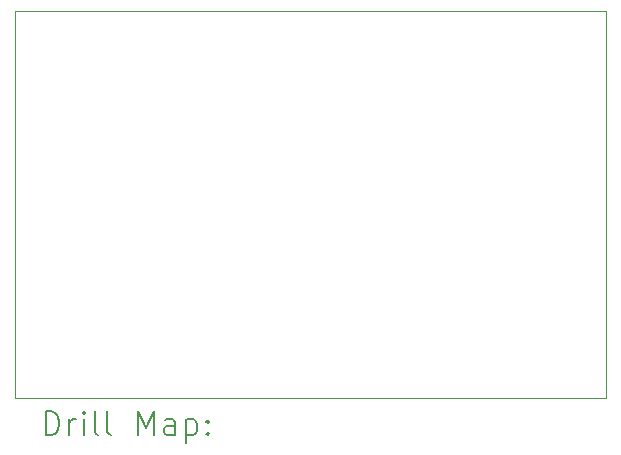
<source format=gbr>
%TF.GenerationSoftware,KiCad,Pcbnew,8.0.2*%
%TF.CreationDate,2024-06-12T13:55:33+02:00*%
%TF.ProjectId,e07-900m10s-breakout,6530372d-3930-4306-9d31-30732d627265,rev?*%
%TF.SameCoordinates,Original*%
%TF.FileFunction,Drillmap*%
%TF.FilePolarity,Positive*%
%FSLAX45Y45*%
G04 Gerber Fmt 4.5, Leading zero omitted, Abs format (unit mm)*
G04 Created by KiCad (PCBNEW 8.0.2) date 2024-06-12 13:55:33*
%MOMM*%
%LPD*%
G01*
G04 APERTURE LIST*
%ADD10C,0.050000*%
%ADD11C,0.200000*%
G04 APERTURE END LIST*
D10*
X10820400Y-4724400D02*
X15824200Y-4724400D01*
X15824200Y-8001000D01*
X10820400Y-8001000D01*
X10820400Y-4724400D01*
D11*
X11078677Y-8314984D02*
X11078677Y-8114984D01*
X11078677Y-8114984D02*
X11126296Y-8114984D01*
X11126296Y-8114984D02*
X11154867Y-8124508D01*
X11154867Y-8124508D02*
X11173915Y-8143555D01*
X11173915Y-8143555D02*
X11183439Y-8162603D01*
X11183439Y-8162603D02*
X11192962Y-8200698D01*
X11192962Y-8200698D02*
X11192962Y-8229269D01*
X11192962Y-8229269D02*
X11183439Y-8267365D01*
X11183439Y-8267365D02*
X11173915Y-8286412D01*
X11173915Y-8286412D02*
X11154867Y-8305460D01*
X11154867Y-8305460D02*
X11126296Y-8314984D01*
X11126296Y-8314984D02*
X11078677Y-8314984D01*
X11278677Y-8314984D02*
X11278677Y-8181650D01*
X11278677Y-8219746D02*
X11288201Y-8200698D01*
X11288201Y-8200698D02*
X11297724Y-8191174D01*
X11297724Y-8191174D02*
X11316772Y-8181650D01*
X11316772Y-8181650D02*
X11335820Y-8181650D01*
X11402486Y-8314984D02*
X11402486Y-8181650D01*
X11402486Y-8114984D02*
X11392962Y-8124508D01*
X11392962Y-8124508D02*
X11402486Y-8134031D01*
X11402486Y-8134031D02*
X11412010Y-8124508D01*
X11412010Y-8124508D02*
X11402486Y-8114984D01*
X11402486Y-8114984D02*
X11402486Y-8134031D01*
X11526296Y-8314984D02*
X11507248Y-8305460D01*
X11507248Y-8305460D02*
X11497724Y-8286412D01*
X11497724Y-8286412D02*
X11497724Y-8114984D01*
X11631058Y-8314984D02*
X11612010Y-8305460D01*
X11612010Y-8305460D02*
X11602486Y-8286412D01*
X11602486Y-8286412D02*
X11602486Y-8114984D01*
X11859629Y-8314984D02*
X11859629Y-8114984D01*
X11859629Y-8114984D02*
X11926296Y-8257841D01*
X11926296Y-8257841D02*
X11992962Y-8114984D01*
X11992962Y-8114984D02*
X11992962Y-8314984D01*
X12173915Y-8314984D02*
X12173915Y-8210222D01*
X12173915Y-8210222D02*
X12164391Y-8191174D01*
X12164391Y-8191174D02*
X12145343Y-8181650D01*
X12145343Y-8181650D02*
X12107248Y-8181650D01*
X12107248Y-8181650D02*
X12088201Y-8191174D01*
X12173915Y-8305460D02*
X12154867Y-8314984D01*
X12154867Y-8314984D02*
X12107248Y-8314984D01*
X12107248Y-8314984D02*
X12088201Y-8305460D01*
X12088201Y-8305460D02*
X12078677Y-8286412D01*
X12078677Y-8286412D02*
X12078677Y-8267365D01*
X12078677Y-8267365D02*
X12088201Y-8248317D01*
X12088201Y-8248317D02*
X12107248Y-8238793D01*
X12107248Y-8238793D02*
X12154867Y-8238793D01*
X12154867Y-8238793D02*
X12173915Y-8229269D01*
X12269153Y-8181650D02*
X12269153Y-8381650D01*
X12269153Y-8191174D02*
X12288201Y-8181650D01*
X12288201Y-8181650D02*
X12326296Y-8181650D01*
X12326296Y-8181650D02*
X12345343Y-8191174D01*
X12345343Y-8191174D02*
X12354867Y-8200698D01*
X12354867Y-8200698D02*
X12364391Y-8219746D01*
X12364391Y-8219746D02*
X12364391Y-8276888D01*
X12364391Y-8276888D02*
X12354867Y-8295936D01*
X12354867Y-8295936D02*
X12345343Y-8305460D01*
X12345343Y-8305460D02*
X12326296Y-8314984D01*
X12326296Y-8314984D02*
X12288201Y-8314984D01*
X12288201Y-8314984D02*
X12269153Y-8305460D01*
X12450105Y-8295936D02*
X12459629Y-8305460D01*
X12459629Y-8305460D02*
X12450105Y-8314984D01*
X12450105Y-8314984D02*
X12440582Y-8305460D01*
X12440582Y-8305460D02*
X12450105Y-8295936D01*
X12450105Y-8295936D02*
X12450105Y-8314984D01*
X12450105Y-8191174D02*
X12459629Y-8200698D01*
X12459629Y-8200698D02*
X12450105Y-8210222D01*
X12450105Y-8210222D02*
X12440582Y-8200698D01*
X12440582Y-8200698D02*
X12450105Y-8191174D01*
X12450105Y-8191174D02*
X12450105Y-8210222D01*
M02*

</source>
